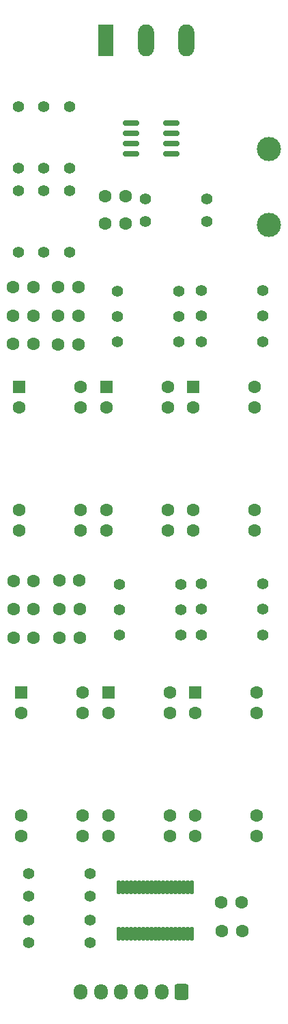
<source format=gbr>
%TF.GenerationSoftware,KiCad,Pcbnew,9.0.4*%
%TF.CreationDate,2025-12-21T15:35:54+05:30*%
%TF.ProjectId,FPGA_Mic_Input,46504741-5f4d-4696-935f-496e7075742e,rev?*%
%TF.SameCoordinates,Original*%
%TF.FileFunction,Soldermask,Top*%
%TF.FilePolarity,Negative*%
%FSLAX46Y46*%
G04 Gerber Fmt 4.6, Leading zero omitted, Abs format (unit mm)*
G04 Created by KiCad (PCBNEW 9.0.4) date 2025-12-21 15:35:54*
%MOMM*%
%LPD*%
G01*
G04 APERTURE LIST*
G04 Aperture macros list*
%AMRoundRect*
0 Rectangle with rounded corners*
0 $1 Rounding radius*
0 $2 $3 $4 $5 $6 $7 $8 $9 X,Y pos of 4 corners*
0 Add a 4 corners polygon primitive as box body*
4,1,4,$2,$3,$4,$5,$6,$7,$8,$9,$2,$3,0*
0 Add four circle primitives for the rounded corners*
1,1,$1+$1,$2,$3*
1,1,$1+$1,$4,$5*
1,1,$1+$1,$6,$7*
1,1,$1+$1,$8,$9*
0 Add four rect primitives between the rounded corners*
20,1,$1+$1,$2,$3,$4,$5,0*
20,1,$1+$1,$4,$5,$6,$7,0*
20,1,$1+$1,$6,$7,$8,$9,0*
20,1,$1+$1,$8,$9,$2,$3,0*%
G04 Aperture macros list end*
%ADD10C,1.600000*%
%ADD11RoundRect,0.250000X-0.550000X-0.550000X0.550000X-0.550000X0.550000X0.550000X-0.550000X0.550000X0*%
%ADD12C,1.400000*%
%ADD13RoundRect,0.150000X-0.825000X-0.150000X0.825000X-0.150000X0.825000X0.150000X-0.825000X0.150000X0*%
%ADD14C,3.000000*%
%ADD15RoundRect,0.060500X0.181500X-0.771500X0.181500X0.771500X-0.181500X0.771500X-0.181500X-0.771500X0*%
%ADD16R,1.980000X3.960000*%
%ADD17O,1.980000X3.960000*%
%ADD18RoundRect,0.250000X0.600000X0.725000X-0.600000X0.725000X-0.600000X-0.725000X0.600000X-0.725000X0*%
%ADD19O,1.700000X1.950000*%
G04 APERTURE END LIST*
D10*
%TO.C,U1*%
X131592000Y-88646000D03*
X131592000Y-91186000D03*
X131592000Y-103886000D03*
X131592000Y-106426000D03*
X123972000Y-106426000D03*
X123972000Y-103886000D03*
X123972000Y-91186000D03*
D11*
X123972000Y-88646000D03*
%TD*%
D10*
%TO.C,U2*%
X142372000Y-88646000D03*
X142372000Y-91186000D03*
X142372000Y-103886000D03*
X142372000Y-106426000D03*
X134752000Y-106426000D03*
X134752000Y-103886000D03*
X134752000Y-91186000D03*
D11*
X134752000Y-88646000D03*
%TD*%
D10*
%TO.C,C1*%
X137160000Y-65030000D03*
X134660000Y-65030000D03*
%TD*%
%TO.C,C4*%
X123230000Y-79819000D03*
X125730000Y-79819000D03*
%TD*%
%TO.C,C5*%
X125730000Y-76269000D03*
X123230000Y-76269000D03*
%TD*%
D12*
%TO.C,R4*%
X125095000Y-151765000D03*
X132715000Y-151765000D03*
%TD*%
D10*
%TO.C,C6*%
X131298000Y-83375000D03*
X128798000Y-83375000D03*
%TD*%
%TO.C,C14*%
X131430000Y-112649000D03*
X128930000Y-112649000D03*
%TD*%
D13*
%TO.C,U8*%
X137860000Y-56007000D03*
X137860000Y-57277000D03*
X137860000Y-58547000D03*
X137860000Y-59817000D03*
X142810000Y-59817000D03*
X142810000Y-58547000D03*
X142810000Y-57277000D03*
X142810000Y-56007000D03*
%TD*%
D10*
%TO.C,C7*%
X131278000Y-79819000D03*
X128778000Y-79819000D03*
%TD*%
D12*
%TO.C,R1*%
X143764000Y-83072000D03*
X136144000Y-83072000D03*
%TD*%
%TO.C,R_bias_3*%
X123825000Y-72009000D03*
X123825000Y-64389000D03*
%TD*%
%TO.C,R2*%
X143764000Y-79922000D03*
X136144000Y-79922000D03*
%TD*%
%TO.C,R7*%
X144043000Y-116255000D03*
X136423000Y-116255000D03*
%TD*%
%TO.C,R6*%
X144043000Y-119405000D03*
X136423000Y-119405000D03*
%TD*%
%TO.C,R_bias_2*%
X127000000Y-72009000D03*
X127000000Y-64389000D03*
%TD*%
D11*
%TO.C,U6*%
X145786000Y-126492000D03*
D10*
X145786000Y-129032000D03*
X145786000Y-141732000D03*
X145786000Y-144272000D03*
X153406000Y-144272000D03*
X153406000Y-141732000D03*
X153406000Y-129032000D03*
X153406000Y-126492000D03*
%TD*%
%TO.C,C16*%
X149118000Y-156083000D03*
X151618000Y-156083000D03*
%TD*%
%TO.C,C9*%
X125735000Y-119761000D03*
X123235000Y-119761000D03*
%TD*%
D12*
%TO.C,Rg4*%
X154203000Y-119355000D03*
X146583000Y-119355000D03*
%TD*%
%TO.C,Rg3*%
X154178000Y-76733000D03*
X146558000Y-76733000D03*
%TD*%
D10*
%TO.C,C3*%
X125730000Y-83369000D03*
X123230000Y-83369000D03*
%TD*%
D12*
%TO.C,R5*%
X125095000Y-154661000D03*
X132715000Y-154661000D03*
%TD*%
D10*
%TO.C,C15*%
X149044500Y-152527000D03*
X151544500Y-152527000D03*
%TD*%
D14*
%TO.C,J3*%
X154940000Y-68580000D03*
%TD*%
D12*
%TO.C,Rg6*%
X154203000Y-113055000D03*
X146583000Y-113055000D03*
%TD*%
%TO.C,R9*%
X125095000Y-157480000D03*
X132715000Y-157480000D03*
%TD*%
D15*
%TO.C,U7*%
X136343000Y-156428000D03*
X136843000Y-156428000D03*
X137343000Y-156428000D03*
X137843000Y-156428000D03*
X138343000Y-156428000D03*
X138843000Y-156428000D03*
X139343000Y-156428000D03*
X139843000Y-156428000D03*
X140343000Y-156428000D03*
X140843000Y-156428000D03*
X141343000Y-156428000D03*
X141843000Y-156428000D03*
X142343000Y-156428000D03*
X142843000Y-156428000D03*
X143343000Y-156428000D03*
X143843000Y-156428000D03*
X144343000Y-156428000D03*
X144843000Y-156428000D03*
X145343000Y-156428000D03*
X145343000Y-150658000D03*
X144843000Y-150658000D03*
X144343000Y-150658000D03*
X143843000Y-150658000D03*
X143343000Y-150658000D03*
X142843000Y-150658000D03*
X142343000Y-150658000D03*
X141843000Y-150658000D03*
X141343000Y-150658000D03*
X140843000Y-150658000D03*
X140343000Y-150658000D03*
X139843000Y-150658000D03*
X139343000Y-150658000D03*
X138843000Y-150658000D03*
X138343000Y-150658000D03*
X137843000Y-150658000D03*
X137343000Y-150658000D03*
X136843000Y-150658000D03*
X136343000Y-150658000D03*
%TD*%
D10*
%TO.C,C13*%
X131450000Y-116205000D03*
X128950000Y-116205000D03*
%TD*%
%TO.C,C11*%
X131450000Y-119761000D03*
X128950000Y-119761000D03*
%TD*%
%TO.C,C12*%
X125755000Y-112667000D03*
X123255000Y-112667000D03*
%TD*%
D12*
%TO.C,R3*%
X143764000Y-76772000D03*
X136144000Y-76772000D03*
%TD*%
D10*
%TO.C,C10*%
X125755000Y-116205000D03*
X123255000Y-116205000D03*
%TD*%
%TO.C,C8*%
X131278000Y-76269000D03*
X128778000Y-76269000D03*
%TD*%
D12*
%TO.C,Rg2*%
X154178000Y-79883000D03*
X146558000Y-79883000D03*
%TD*%
%TO.C,R10*%
X125095000Y-148971000D03*
X132715000Y-148971000D03*
%TD*%
%TO.C,RBottom1*%
X139573000Y-68199000D03*
X147193000Y-68199000D03*
%TD*%
D11*
%TO.C,U5*%
X135006000Y-126492000D03*
D10*
X135006000Y-129032000D03*
X135006000Y-141732000D03*
X135006000Y-144272000D03*
X142626000Y-144272000D03*
X142626000Y-141732000D03*
X142626000Y-129032000D03*
X142626000Y-126492000D03*
%TD*%
D12*
%TO.C,Rg1*%
X154178000Y-83033000D03*
X146558000Y-83033000D03*
%TD*%
%TO.C,R_mic_1*%
X130175000Y-61595000D03*
X130175000Y-53975000D03*
%TD*%
%TO.C,RTop1*%
X147193000Y-65405000D03*
X139573000Y-65405000D03*
%TD*%
D11*
%TO.C,U3*%
X145532000Y-88646000D03*
D10*
X145532000Y-91186000D03*
X145532000Y-103886000D03*
X145532000Y-106426000D03*
X153152000Y-106426000D03*
X153152000Y-103886000D03*
X153152000Y-91186000D03*
X153152000Y-88646000D03*
%TD*%
D12*
%TO.C,R_mic_3*%
X123825000Y-61595000D03*
X123825000Y-53975000D03*
%TD*%
%TO.C,R_bias_1*%
X130175000Y-72009000D03*
X130175000Y-64389000D03*
%TD*%
%TO.C,R_mic_2*%
X127000000Y-61595000D03*
X127000000Y-53975000D03*
%TD*%
D11*
%TO.C,U4*%
X124226000Y-126492000D03*
D10*
X124226000Y-129032000D03*
X124226000Y-141732000D03*
X124226000Y-144272000D03*
X131846000Y-144272000D03*
X131846000Y-141732000D03*
X131846000Y-129032000D03*
X131846000Y-126492000D03*
%TD*%
D16*
%TO.C,J1*%
X134700000Y-45730000D03*
D17*
X139700000Y-45730000D03*
X144700000Y-45730000D03*
%TD*%
D10*
%TO.C,C2*%
X137140000Y-68453000D03*
X134640000Y-68453000D03*
%TD*%
D14*
%TO.C,J2*%
X154940000Y-59230000D03*
%TD*%
D18*
%TO.C,J4*%
X144105000Y-163576000D03*
D19*
X141605000Y-163576000D03*
X139105000Y-163576000D03*
X136605000Y-163576000D03*
X134105000Y-163576000D03*
X131605000Y-163576000D03*
%TD*%
D12*
%TO.C,Rg5*%
X154203000Y-116205000D03*
X146583000Y-116205000D03*
%TD*%
%TO.C,R8*%
X144043000Y-113105000D03*
X136423000Y-113105000D03*
%TD*%
M02*

</source>
